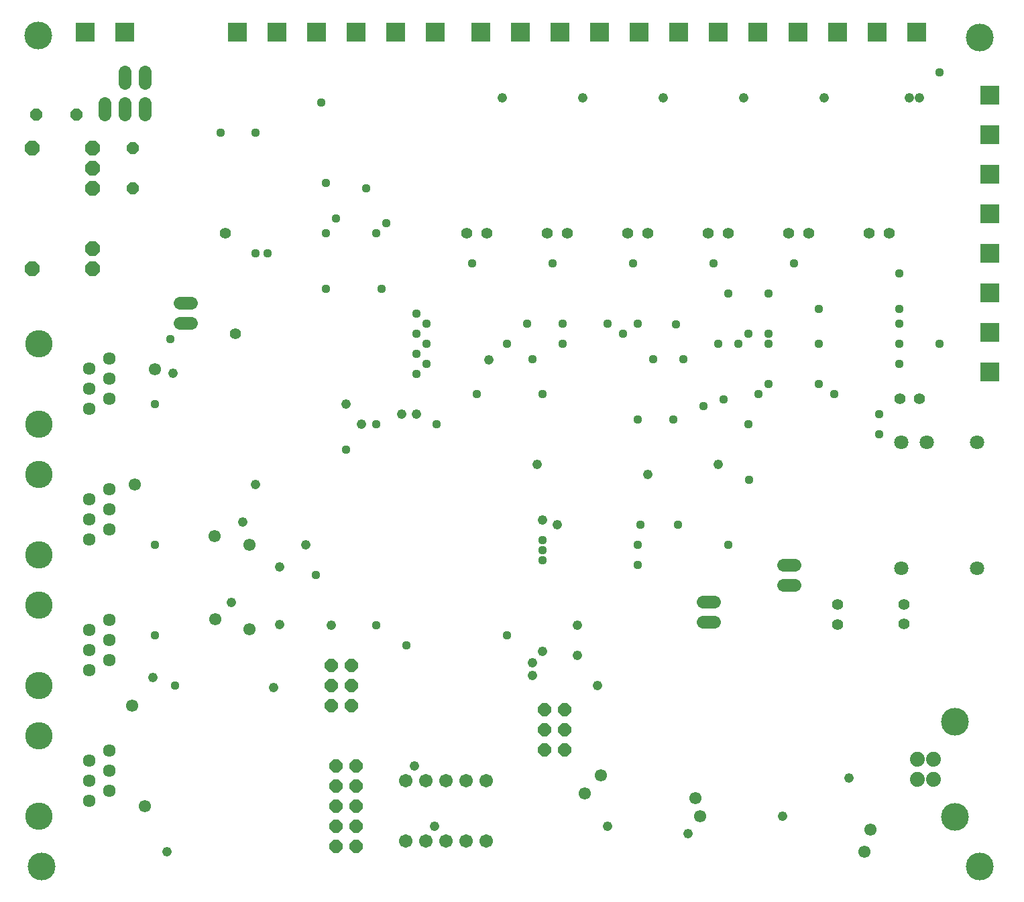
<source format=gbs>
G75*
G70*
%OFA0B0*%
%FSLAX24Y24*%
%IPPOS*%
%LPD*%
%AMOC8*
5,1,8,0,0,1.08239X$1,22.5*
%
%ADD10C,0.0671*%
%ADD11C,0.0634*%
%ADD12C,0.1360*%
%ADD13C,0.0740*%
%ADD14C,0.1380*%
%ADD15OC8,0.0710*%
%ADD16OC8,0.0600*%
%ADD17C,0.0710*%
%ADD18C,0.0556*%
%ADD19C,0.0640*%
%ADD20OC8,0.0640*%
%ADD21R,0.0940X0.0940*%
%ADD22C,0.0476*%
%ADD23C,0.0437*%
%ADD24C,0.0555*%
%ADD25C,0.0611*%
D10*
X021448Y003694D03*
X022448Y003694D03*
X023448Y003694D03*
X024448Y003694D03*
X025448Y003694D03*
X025448Y006694D03*
X024448Y006694D03*
X023448Y006694D03*
X022448Y006694D03*
X021448Y006694D03*
D11*
X006704Y007189D03*
X006704Y008189D03*
X005704Y007689D03*
X005704Y006689D03*
X005704Y005689D03*
X006704Y006189D03*
X005704Y012189D03*
X005704Y013189D03*
X005704Y014189D03*
X006704Y014689D03*
X006704Y013689D03*
X006704Y012689D03*
X005704Y018689D03*
X005704Y019689D03*
X005704Y020689D03*
X006704Y021189D03*
X006704Y020189D03*
X006704Y019189D03*
X005704Y025189D03*
X005704Y026189D03*
X005704Y027189D03*
X006704Y027689D03*
X006704Y026689D03*
X006704Y025689D03*
D12*
X003204Y024439D03*
X003204Y021939D03*
X003204Y017939D03*
X003204Y015439D03*
X003204Y011439D03*
X003204Y008939D03*
X003204Y004939D03*
X003204Y028439D03*
D13*
X046897Y007750D03*
X047677Y007750D03*
X047677Y006765D03*
X046897Y006765D03*
D14*
X003347Y002415D03*
X048747Y004887D03*
X049997Y002415D03*
X048747Y009627D03*
X049997Y043665D03*
X003197Y043765D03*
D15*
X002879Y038172D03*
X005879Y038172D03*
X005879Y037172D03*
X005879Y036172D03*
X005879Y033172D03*
X005879Y032172D03*
X002879Y032172D03*
D16*
X007896Y036142D03*
X007896Y038142D03*
X005097Y039815D03*
X003097Y039815D03*
D17*
X046097Y023515D03*
X047347Y023515D03*
X049847Y023515D03*
X049847Y017265D03*
X046097Y017265D03*
D18*
X046203Y015461D03*
X046207Y014476D03*
X042921Y014473D03*
X042917Y015457D03*
X046005Y025685D03*
X046990Y025689D03*
D19*
X040777Y017415D02*
X040217Y017415D01*
X040217Y016415D02*
X040777Y016415D01*
X036781Y015604D02*
X036221Y015604D01*
X036221Y014604D02*
X036781Y014604D01*
X010777Y029465D02*
X010217Y029465D01*
X010217Y030465D02*
X010777Y030465D01*
X008497Y039835D02*
X008497Y040395D01*
X008497Y041385D02*
X008497Y041945D01*
X007497Y041945D02*
X007497Y041385D01*
X007497Y040395D02*
X007497Y039835D01*
X006497Y039835D02*
X006497Y040395D01*
D20*
X017747Y012415D03*
X017747Y011415D03*
X017747Y010415D03*
X018747Y010415D03*
X018747Y011415D03*
X018747Y012415D03*
X018997Y007415D03*
X017997Y007415D03*
X017997Y006415D03*
X017997Y005415D03*
X017997Y004415D03*
X017997Y003415D03*
X018997Y003415D03*
X018997Y004415D03*
X018997Y005415D03*
X018997Y006415D03*
X028347Y008215D03*
X028347Y009215D03*
X029347Y009215D03*
X029347Y008215D03*
X029347Y010215D03*
X028347Y010215D03*
D21*
X050497Y027009D03*
X050497Y028978D03*
X050497Y030946D03*
X050497Y032915D03*
X050497Y034883D03*
X050497Y036852D03*
X050497Y038820D03*
X050497Y040789D03*
X046840Y043915D03*
X044871Y043915D03*
X042903Y043915D03*
X040934Y043915D03*
X038966Y043915D03*
X036997Y043915D03*
X035029Y043915D03*
X033060Y043915D03*
X031092Y043915D03*
X029123Y043915D03*
X027155Y043915D03*
X025186Y043915D03*
X022919Y043915D03*
X020950Y043915D03*
X018982Y043915D03*
X017013Y043915D03*
X015045Y043915D03*
X013076Y043915D03*
X007497Y043915D03*
X005529Y043915D03*
D22*
X009897Y026965D03*
X013997Y021415D03*
X013351Y019558D03*
X015197Y017315D03*
X016497Y018415D03*
X012797Y015565D03*
X015197Y014465D03*
X017747Y014415D03*
X014897Y011315D03*
X008897Y011815D03*
X009597Y003165D03*
X021897Y007415D03*
X022897Y004415D03*
X030997Y011415D03*
X029997Y012915D03*
X029997Y014415D03*
X028247Y013115D03*
X027747Y012565D03*
X027747Y011915D03*
X031497Y004415D03*
X035497Y004065D03*
X040197Y004915D03*
X043497Y006815D03*
X028997Y019415D03*
X028247Y019665D03*
X027997Y022415D03*
X033497Y021915D03*
X036997Y022415D03*
X025597Y027615D03*
X021997Y024915D03*
X021247Y024915D03*
X019247Y024415D03*
X018497Y025415D03*
X026247Y040665D03*
X030247Y040665D03*
X034247Y040665D03*
X038247Y040665D03*
X042247Y040665D03*
X046497Y040665D03*
X046997Y040665D03*
D23*
X047997Y041915D03*
X040747Y032415D03*
X039497Y030915D03*
X037497Y030915D03*
X036747Y032415D03*
X034874Y029377D03*
X035247Y027665D03*
X033747Y027665D03*
X032247Y028915D03*
X032997Y029415D03*
X031497Y029415D03*
X029247Y029415D03*
X029247Y028415D03*
X027747Y027665D03*
X026497Y028415D03*
X027497Y029415D03*
X028747Y032415D03*
X024747Y032415D03*
X021997Y029915D03*
X022497Y029415D03*
X021997Y028915D03*
X022497Y028415D03*
X021997Y027915D03*
X022497Y027415D03*
X021997Y026915D03*
X022997Y024415D03*
X024997Y025915D03*
X028247Y025915D03*
X032997Y024665D03*
X034747Y024665D03*
X036247Y025315D03*
X037247Y025665D03*
X038497Y024415D03*
X038997Y025915D03*
X039497Y026415D03*
X039497Y028415D03*
X039497Y028915D03*
X038497Y028915D03*
X037997Y028415D03*
X036997Y028415D03*
X041997Y028415D03*
X041997Y030165D03*
X041997Y026415D03*
X042747Y025915D03*
X044997Y024915D03*
X044997Y023915D03*
X045997Y027415D03*
X045997Y028415D03*
X045997Y029415D03*
X045997Y030165D03*
X045997Y031915D03*
X047997Y028415D03*
X038506Y021659D03*
X037497Y018415D03*
X034997Y019415D03*
X033123Y019415D03*
X032997Y018415D03*
X032997Y017415D03*
X028247Y017665D03*
X028247Y018165D03*
X028247Y018665D03*
X026497Y013915D03*
X021497Y013415D03*
X019997Y014415D03*
X016997Y016915D03*
X018497Y023165D03*
X019997Y024415D03*
X020247Y031165D03*
X017497Y031165D03*
X017497Y033915D03*
X017997Y034665D03*
X017497Y036415D03*
X019497Y036165D03*
X020497Y034415D03*
X019997Y033915D03*
X014597Y032915D03*
X013997Y032915D03*
X009747Y028665D03*
X008997Y025415D03*
X008997Y018415D03*
X008997Y013915D03*
X009997Y011415D03*
X032747Y032415D03*
X017247Y040415D03*
X013997Y038915D03*
X012247Y038915D03*
D24*
X012497Y033915D03*
X012997Y028915D03*
X024497Y033915D03*
X025497Y033915D03*
X028497Y033915D03*
X029497Y033915D03*
X032497Y033915D03*
X033497Y033915D03*
X036497Y033915D03*
X037497Y033915D03*
X040497Y033915D03*
X041497Y033915D03*
X044497Y033915D03*
X045497Y033915D03*
D25*
X031147Y006965D03*
X030347Y006065D03*
X035847Y005815D03*
X036097Y004915D03*
X044247Y003165D03*
X044547Y004265D03*
X013697Y014215D03*
X011997Y014715D03*
X013697Y018415D03*
X011947Y018865D03*
X007997Y021415D03*
X008997Y027165D03*
X007847Y010415D03*
X008497Y005415D03*
M02*

</source>
